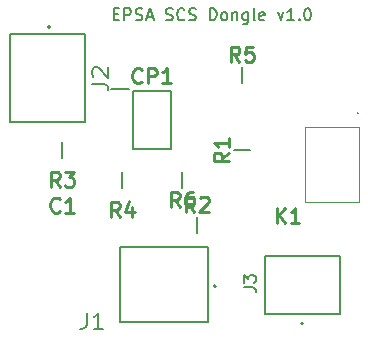
<source format=gbr>
%TF.GenerationSoftware,KiCad,Pcbnew,(6.0.8)*%
%TF.CreationDate,2023-06-05T07:52:39+02:00*%
%TF.ProjectId,SCS_dongle,5343535f-646f-46e6-976c-652e6b696361,rev?*%
%TF.SameCoordinates,Original*%
%TF.FileFunction,Legend,Top*%
%TF.FilePolarity,Positive*%
%FSLAX46Y46*%
G04 Gerber Fmt 4.6, Leading zero omitted, Abs format (unit mm)*
G04 Created by KiCad (PCBNEW (6.0.8)) date 2023-06-05 07:52:39*
%MOMM*%
%LPD*%
G01*
G04 APERTURE LIST*
%ADD10C,0.150000*%
%ADD11C,0.254000*%
%ADD12C,0.200000*%
%ADD13C,0.127000*%
%ADD14C,0.100000*%
G04 APERTURE END LIST*
D10*
X152956666Y-72318571D02*
X153290000Y-72318571D01*
X153432857Y-72842380D02*
X152956666Y-72842380D01*
X152956666Y-71842380D01*
X153432857Y-71842380D01*
X153861428Y-72842380D02*
X153861428Y-71842380D01*
X154242380Y-71842380D01*
X154337619Y-71890000D01*
X154385238Y-71937619D01*
X154432857Y-72032857D01*
X154432857Y-72175714D01*
X154385238Y-72270952D01*
X154337619Y-72318571D01*
X154242380Y-72366190D01*
X153861428Y-72366190D01*
X154813809Y-72794761D02*
X154956666Y-72842380D01*
X155194761Y-72842380D01*
X155290000Y-72794761D01*
X155337619Y-72747142D01*
X155385238Y-72651904D01*
X155385238Y-72556666D01*
X155337619Y-72461428D01*
X155290000Y-72413809D01*
X155194761Y-72366190D01*
X155004285Y-72318571D01*
X154909047Y-72270952D01*
X154861428Y-72223333D01*
X154813809Y-72128095D01*
X154813809Y-72032857D01*
X154861428Y-71937619D01*
X154909047Y-71890000D01*
X155004285Y-71842380D01*
X155242380Y-71842380D01*
X155385238Y-71890000D01*
X155766190Y-72556666D02*
X156242380Y-72556666D01*
X155670952Y-72842380D02*
X156004285Y-71842380D01*
X156337619Y-72842380D01*
X157385238Y-72794761D02*
X157528095Y-72842380D01*
X157766190Y-72842380D01*
X157861428Y-72794761D01*
X157909047Y-72747142D01*
X157956666Y-72651904D01*
X157956666Y-72556666D01*
X157909047Y-72461428D01*
X157861428Y-72413809D01*
X157766190Y-72366190D01*
X157575714Y-72318571D01*
X157480476Y-72270952D01*
X157432857Y-72223333D01*
X157385238Y-72128095D01*
X157385238Y-72032857D01*
X157432857Y-71937619D01*
X157480476Y-71890000D01*
X157575714Y-71842380D01*
X157813809Y-71842380D01*
X157956666Y-71890000D01*
X158956666Y-72747142D02*
X158909047Y-72794761D01*
X158766190Y-72842380D01*
X158670952Y-72842380D01*
X158528095Y-72794761D01*
X158432857Y-72699523D01*
X158385238Y-72604285D01*
X158337619Y-72413809D01*
X158337619Y-72270952D01*
X158385238Y-72080476D01*
X158432857Y-71985238D01*
X158528095Y-71890000D01*
X158670952Y-71842380D01*
X158766190Y-71842380D01*
X158909047Y-71890000D01*
X158956666Y-71937619D01*
X159337619Y-72794761D02*
X159480476Y-72842380D01*
X159718571Y-72842380D01*
X159813809Y-72794761D01*
X159861428Y-72747142D01*
X159909047Y-72651904D01*
X159909047Y-72556666D01*
X159861428Y-72461428D01*
X159813809Y-72413809D01*
X159718571Y-72366190D01*
X159528095Y-72318571D01*
X159432857Y-72270952D01*
X159385238Y-72223333D01*
X159337619Y-72128095D01*
X159337619Y-72032857D01*
X159385238Y-71937619D01*
X159432857Y-71890000D01*
X159528095Y-71842380D01*
X159766190Y-71842380D01*
X159909047Y-71890000D01*
X161099523Y-72842380D02*
X161099523Y-71842380D01*
X161337619Y-71842380D01*
X161480476Y-71890000D01*
X161575714Y-71985238D01*
X161623333Y-72080476D01*
X161670952Y-72270952D01*
X161670952Y-72413809D01*
X161623333Y-72604285D01*
X161575714Y-72699523D01*
X161480476Y-72794761D01*
X161337619Y-72842380D01*
X161099523Y-72842380D01*
X162242380Y-72842380D02*
X162147142Y-72794761D01*
X162099523Y-72747142D01*
X162051904Y-72651904D01*
X162051904Y-72366190D01*
X162099523Y-72270952D01*
X162147142Y-72223333D01*
X162242380Y-72175714D01*
X162385238Y-72175714D01*
X162480476Y-72223333D01*
X162528095Y-72270952D01*
X162575714Y-72366190D01*
X162575714Y-72651904D01*
X162528095Y-72747142D01*
X162480476Y-72794761D01*
X162385238Y-72842380D01*
X162242380Y-72842380D01*
X163004285Y-72175714D02*
X163004285Y-72842380D01*
X163004285Y-72270952D02*
X163051904Y-72223333D01*
X163147142Y-72175714D01*
X163290000Y-72175714D01*
X163385238Y-72223333D01*
X163432857Y-72318571D01*
X163432857Y-72842380D01*
X164337619Y-72175714D02*
X164337619Y-72985238D01*
X164290000Y-73080476D01*
X164242380Y-73128095D01*
X164147142Y-73175714D01*
X164004285Y-73175714D01*
X163909047Y-73128095D01*
X164337619Y-72794761D02*
X164242380Y-72842380D01*
X164051904Y-72842380D01*
X163956666Y-72794761D01*
X163909047Y-72747142D01*
X163861428Y-72651904D01*
X163861428Y-72366190D01*
X163909047Y-72270952D01*
X163956666Y-72223333D01*
X164051904Y-72175714D01*
X164242380Y-72175714D01*
X164337619Y-72223333D01*
X164956666Y-72842380D02*
X164861428Y-72794761D01*
X164813809Y-72699523D01*
X164813809Y-71842380D01*
X165718571Y-72794761D02*
X165623333Y-72842380D01*
X165432857Y-72842380D01*
X165337619Y-72794761D01*
X165290000Y-72699523D01*
X165290000Y-72318571D01*
X165337619Y-72223333D01*
X165432857Y-72175714D01*
X165623333Y-72175714D01*
X165718571Y-72223333D01*
X165766190Y-72318571D01*
X165766190Y-72413809D01*
X165290000Y-72509047D01*
X166861428Y-72175714D02*
X167099523Y-72842380D01*
X167337619Y-72175714D01*
X168242380Y-72842380D02*
X167670952Y-72842380D01*
X167956666Y-72842380D02*
X167956666Y-71842380D01*
X167861428Y-71985238D01*
X167766190Y-72080476D01*
X167670952Y-72128095D01*
X168670952Y-72747142D02*
X168718571Y-72794761D01*
X168670952Y-72842380D01*
X168623333Y-72794761D01*
X168670952Y-72747142D01*
X168670952Y-72842380D01*
X169337619Y-71842380D02*
X169432857Y-71842380D01*
X169528095Y-71890000D01*
X169575714Y-71937619D01*
X169623333Y-72032857D01*
X169670952Y-72223333D01*
X169670952Y-72461428D01*
X169623333Y-72651904D01*
X169575714Y-72747142D01*
X169528095Y-72794761D01*
X169432857Y-72842380D01*
X169337619Y-72842380D01*
X169242380Y-72794761D01*
X169194761Y-72747142D01*
X169147142Y-72651904D01*
X169099523Y-72461428D01*
X169099523Y-72223333D01*
X169147142Y-72032857D01*
X169194761Y-71937619D01*
X169242380Y-71890000D01*
X169337619Y-71842380D01*
D11*
%TO.C,R6*%
X158550234Y-88636494D02*
X158126901Y-88031732D01*
X157824520Y-88636494D02*
X157824520Y-87366494D01*
X158308329Y-87366494D01*
X158429281Y-87426971D01*
X158489758Y-87487447D01*
X158550234Y-87608399D01*
X158550234Y-87789828D01*
X158489758Y-87910780D01*
X158429281Y-87971256D01*
X158308329Y-88031732D01*
X157824520Y-88031732D01*
X159638805Y-87366494D02*
X159396901Y-87366494D01*
X159275948Y-87426971D01*
X159215472Y-87487447D01*
X159094520Y-87668875D01*
X159034043Y-87910780D01*
X159034043Y-88394590D01*
X159094520Y-88515542D01*
X159154996Y-88576018D01*
X159275948Y-88636494D01*
X159517853Y-88636494D01*
X159638805Y-88576018D01*
X159699281Y-88515542D01*
X159759758Y-88394590D01*
X159759758Y-88092209D01*
X159699281Y-87971256D01*
X159638805Y-87910780D01*
X159517853Y-87850304D01*
X159275948Y-87850304D01*
X159154996Y-87910780D01*
X159094520Y-87971256D01*
X159034043Y-88092209D01*
D10*
%TO.C,*%
D11*
%TO.C,R1*%
X162702552Y-84043567D02*
X162097790Y-84466901D01*
X162702552Y-84769281D02*
X161432552Y-84769281D01*
X161432552Y-84285472D01*
X161493029Y-84164520D01*
X161553505Y-84104043D01*
X161674457Y-84043567D01*
X161855886Y-84043567D01*
X161976838Y-84104043D01*
X162037314Y-84164520D01*
X162097790Y-84285472D01*
X162097790Y-84769281D01*
X162702552Y-82834043D02*
X162702552Y-83559758D01*
X162702552Y-83196901D02*
X161432552Y-83196901D01*
X161613981Y-83317853D01*
X161734933Y-83438805D01*
X161795409Y-83559758D01*
%TO.C,CP1*%
X155342332Y-78037271D02*
X155281856Y-78097747D01*
X155100427Y-78158223D01*
X154979475Y-78158223D01*
X154798046Y-78097747D01*
X154677094Y-77976795D01*
X154616618Y-77855842D01*
X154556141Y-77613938D01*
X154556141Y-77432509D01*
X154616618Y-77190604D01*
X154677094Y-77069652D01*
X154798046Y-76948700D01*
X154979475Y-76888223D01*
X155100427Y-76888223D01*
X155281856Y-76948700D01*
X155342332Y-77009176D01*
X155886618Y-78158223D02*
X155886618Y-76888223D01*
X156370427Y-76888223D01*
X156491379Y-76948700D01*
X156551856Y-77009176D01*
X156612332Y-77130128D01*
X156612332Y-77311557D01*
X156551856Y-77432509D01*
X156491379Y-77492985D01*
X156370427Y-77553461D01*
X155886618Y-77553461D01*
X157821856Y-78158223D02*
X157096141Y-78158223D01*
X157458999Y-78158223D02*
X157458999Y-76888223D01*
X157338046Y-77069652D01*
X157217094Y-77190604D01*
X157096141Y-77251080D01*
D10*
%TO.C,J2*%
X151117333Y-78226666D02*
X152117333Y-78226666D01*
X152317333Y-78293333D01*
X152450666Y-78426666D01*
X152517333Y-78626666D01*
X152517333Y-78760000D01*
X151250666Y-77626666D02*
X151184000Y-77560000D01*
X151117333Y-77426666D01*
X151117333Y-77093333D01*
X151184000Y-76960000D01*
X151250666Y-76893333D01*
X151384000Y-76826666D01*
X151517333Y-76826666D01*
X151717333Y-76893333D01*
X152517333Y-77693333D01*
X152517333Y-76826666D01*
D11*
%TO.C,C1*%
X148389956Y-88996303D02*
X148329480Y-89056779D01*
X148148051Y-89117255D01*
X148027099Y-89117255D01*
X147845670Y-89056779D01*
X147724718Y-88935827D01*
X147664242Y-88814874D01*
X147603765Y-88572970D01*
X147603765Y-88391541D01*
X147664242Y-88149636D01*
X147724718Y-88028684D01*
X147845670Y-87907732D01*
X148027099Y-87847255D01*
X148148051Y-87847255D01*
X148329480Y-87907732D01*
X148389956Y-87968208D01*
X149599480Y-89117255D02*
X148873765Y-89117255D01*
X149236623Y-89117255D02*
X149236623Y-87847255D01*
X149115670Y-88028684D01*
X148994718Y-88149636D01*
X148873765Y-88210112D01*
%TO.C,R3*%
X148390234Y-86934523D02*
X147966901Y-86329761D01*
X147664520Y-86934523D02*
X147664520Y-85664523D01*
X148148329Y-85664523D01*
X148269281Y-85725000D01*
X148329758Y-85785476D01*
X148390234Y-85906428D01*
X148390234Y-86087857D01*
X148329758Y-86208809D01*
X148269281Y-86269285D01*
X148148329Y-86329761D01*
X147664520Y-86329761D01*
X148813567Y-85664523D02*
X149599758Y-85664523D01*
X149176424Y-86148333D01*
X149357853Y-86148333D01*
X149478805Y-86208809D01*
X149539281Y-86269285D01*
X149599758Y-86390238D01*
X149599758Y-86692619D01*
X149539281Y-86813571D01*
X149478805Y-86874047D01*
X149357853Y-86934523D01*
X148994996Y-86934523D01*
X148874043Y-86874047D01*
X148813567Y-86813571D01*
%TO.C,K1*%
X166749551Y-90016227D02*
X166749551Y-88746227D01*
X167475265Y-90016227D02*
X166930979Y-89290513D01*
X167475265Y-88746227D02*
X166749551Y-89471942D01*
X168684789Y-90016227D02*
X167959074Y-90016227D01*
X168321932Y-90016227D02*
X168321932Y-88746227D01*
X168200979Y-88927656D01*
X168080027Y-89048608D01*
X167959074Y-89109084D01*
D10*
%TO.C,*%
%TO.C,J1*%
X150663333Y-97583333D02*
X150663333Y-98583333D01*
X150596666Y-98783333D01*
X150463333Y-98916666D01*
X150263333Y-98983333D01*
X150130000Y-98983333D01*
X152063333Y-98983333D02*
X151263333Y-98983333D01*
X151663333Y-98983333D02*
X151663333Y-97583333D01*
X151530000Y-97783333D01*
X151396666Y-97916666D01*
X151263333Y-97983333D01*
%TO.C,J3*%
X163977380Y-95428333D02*
X164691666Y-95428333D01*
X164834523Y-95475952D01*
X164929761Y-95571190D01*
X164977380Y-95714047D01*
X164977380Y-95809285D01*
X163977380Y-95047380D02*
X163977380Y-94428333D01*
X164358333Y-94761666D01*
X164358333Y-94618809D01*
X164405952Y-94523571D01*
X164453571Y-94475952D01*
X164548809Y-94428333D01*
X164786904Y-94428333D01*
X164882142Y-94475952D01*
X164929761Y-94523571D01*
X164977380Y-94618809D01*
X164977380Y-94904523D01*
X164929761Y-94999761D01*
X164882142Y-95047380D01*
D11*
%TO.C,R2*%
X159796432Y-89042552D02*
X159373099Y-88437790D01*
X159070718Y-89042552D02*
X159070718Y-87772552D01*
X159554527Y-87772552D01*
X159675479Y-87833029D01*
X159735956Y-87893505D01*
X159796432Y-88014457D01*
X159796432Y-88195886D01*
X159735956Y-88316838D01*
X159675479Y-88377314D01*
X159554527Y-88437790D01*
X159070718Y-88437790D01*
X160280241Y-87893505D02*
X160340718Y-87833029D01*
X160461670Y-87772552D01*
X160764051Y-87772552D01*
X160885003Y-87833029D01*
X160945479Y-87893505D01*
X161005956Y-88014457D01*
X161005956Y-88135409D01*
X160945479Y-88316838D01*
X160219765Y-89042552D01*
X161005956Y-89042552D01*
%TO.C,R4*%
X153458333Y-89474523D02*
X153035000Y-88869761D01*
X152732619Y-89474523D02*
X152732619Y-88204523D01*
X153216428Y-88204523D01*
X153337380Y-88265000D01*
X153397857Y-88325476D01*
X153458333Y-88446428D01*
X153458333Y-88627857D01*
X153397857Y-88748809D01*
X153337380Y-88809285D01*
X153216428Y-88869761D01*
X152732619Y-88869761D01*
X154546904Y-88627857D02*
X154546904Y-89474523D01*
X154244523Y-88144047D02*
X153942142Y-89051190D01*
X154728333Y-89051190D01*
%TO.C,R5*%
X163606432Y-76342552D02*
X163183099Y-75737790D01*
X162880718Y-76342552D02*
X162880718Y-75072552D01*
X163364527Y-75072552D01*
X163485479Y-75133029D01*
X163545956Y-75193505D01*
X163606432Y-75314457D01*
X163606432Y-75495886D01*
X163545956Y-75616838D01*
X163485479Y-75677314D01*
X163364527Y-75737790D01*
X162880718Y-75737790D01*
X164755479Y-75072552D02*
X164150718Y-75072552D01*
X164090241Y-75677314D01*
X164150718Y-75616838D01*
X164271670Y-75556362D01*
X164574051Y-75556362D01*
X164695003Y-75616838D01*
X164755479Y-75677314D01*
X164815956Y-75798267D01*
X164815956Y-76100648D01*
X164755479Y-76221600D01*
X164695003Y-76282076D01*
X164574051Y-76342552D01*
X164271670Y-76342552D01*
X164150718Y-76282076D01*
X164090241Y-76221600D01*
D12*
%TO.C,R6*%
X158750000Y-87060000D02*
X158750000Y-85660000D01*
%TO.C,R1*%
X163130000Y-83820000D02*
X164530000Y-83820000D01*
%TO.C,CP1*%
X152735000Y-78700000D02*
X154262000Y-78700000D01*
X154612000Y-83732000D02*
X154612000Y-78828000D01*
X154612000Y-78828000D02*
X157808000Y-78828000D01*
X157808000Y-83732000D02*
X154612000Y-83732000D01*
X157808000Y-78828000D02*
X157808000Y-83732000D01*
D13*
%TO.C,J2*%
X144145000Y-73980000D02*
X144145000Y-81450000D01*
X144145000Y-81450000D02*
X150495000Y-81450000D01*
X150495000Y-81450000D02*
X150495000Y-73980000D01*
X150495000Y-73980000D02*
X144145000Y-73980000D01*
D12*
X147595000Y-73415000D02*
G75*
G03*
X147595000Y-73415000I-100000J0D01*
G01*
%TO.C,R3*%
X148590000Y-84520000D02*
X148590000Y-83120000D01*
D14*
%TO.C,K1*%
X173736000Y-88265000D02*
X169164000Y-88265000D01*
X169164000Y-81915000D02*
X173736000Y-81915000D01*
X173550000Y-80690000D02*
X173550000Y-80690000D01*
X173650000Y-80690000D02*
X173650000Y-80690000D01*
X173736000Y-81915000D02*
X173736000Y-88265000D01*
X169164000Y-88265000D02*
X169164000Y-81915000D01*
X173550000Y-80690000D02*
G75*
G03*
X173650000Y-80690000I50000J0D01*
G01*
X173650000Y-80690000D02*
G75*
G03*
X173550000Y-80690000I-50000J0D01*
G01*
D13*
%TO.C,J1*%
X153500000Y-98350000D02*
X160970000Y-98350000D01*
X153500000Y-92000000D02*
X153500000Y-98350000D01*
X160970000Y-92000000D02*
X153500000Y-92000000D01*
X160970000Y-98350000D02*
X160970000Y-92000000D01*
D12*
X161635000Y-95350000D02*
G75*
G03*
X161635000Y-95350000I-100000J0D01*
G01*
D13*
%TO.C,J3*%
X172160000Y-92785000D02*
X172160000Y-97715000D01*
X165810000Y-97715000D02*
X165810000Y-92785000D01*
X172160000Y-97715000D02*
X165810000Y-97715000D01*
X165810000Y-92785000D02*
X172160000Y-92785000D01*
D12*
X169010000Y-98520000D02*
G75*
G03*
X169010000Y-98520000I-100000J0D01*
G01*
%TO.C,R2*%
X160020000Y-89470000D02*
X160020000Y-90870000D01*
%TO.C,R4*%
X153670000Y-85660000D02*
X153670000Y-87060000D01*
%TO.C,R5*%
X163830000Y-76770000D02*
X163830000Y-78170000D01*
%TD*%
M02*

</source>
